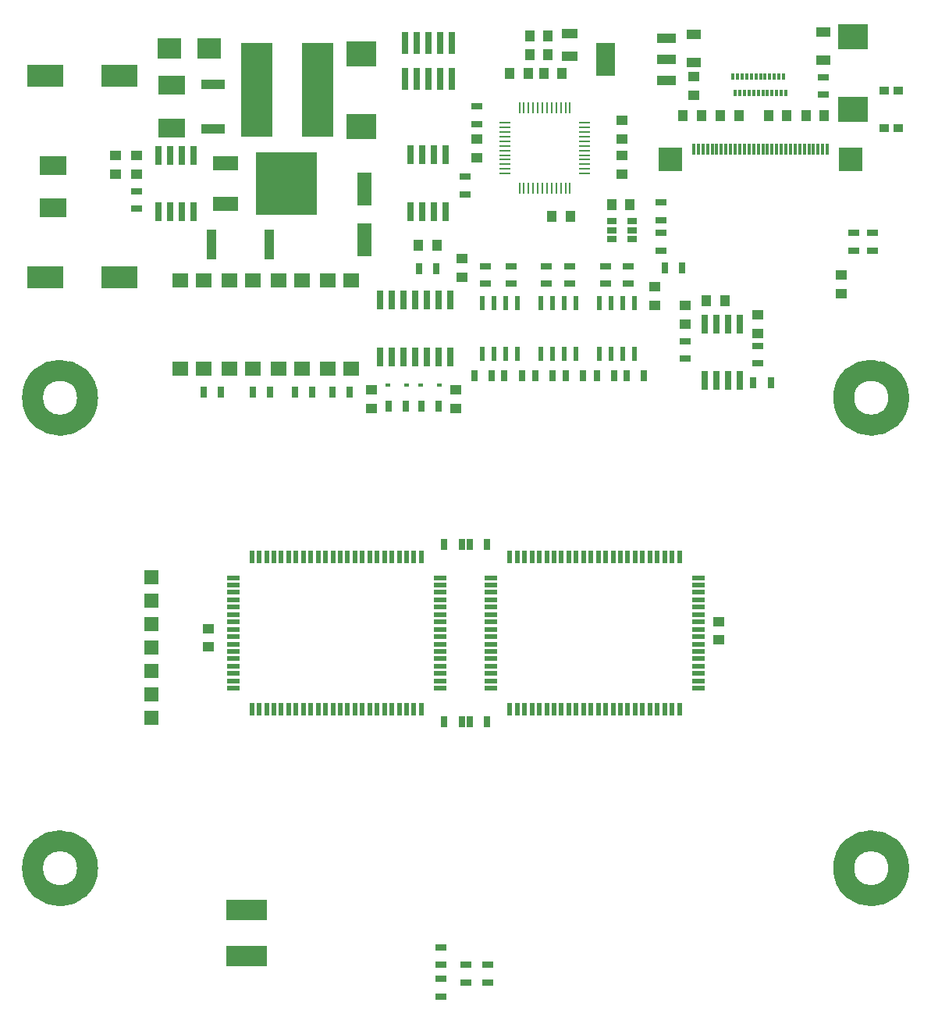
<source format=gbr>
G04 #@! TF.FileFunction,Paste,Bot*
%FSLAX46Y46*%
G04 Gerber Fmt 4.6, Leading zero omitted, Abs format (unit mm)*
G04 Created by KiCad (PCBNEW 4.0.0-stable) date Monday, June 11, 2018 'PMt' 01:00:30 PM*
%MOMM*%
G01*
G04 APERTURE LIST*
%ADD10C,0.100000*%
%ADD11C,2.250000*%
%ADD12R,1.000000X1.250000*%
%ADD13R,1.800000X1.000000*%
%ADD14R,1.250000X1.000000*%
%ADD15R,1.700000X1.600000*%
%ADD16R,4.000500X2.400300*%
%ADD17R,1.300000X0.700000*%
%ADD18R,0.610000X1.520000*%
%ADD19R,0.700000X1.300000*%
%ADD20R,2.780000X1.550000*%
%ADD21R,6.730000X6.740000*%
%ADD22R,0.660400X2.032000*%
%ADD23R,1.000000X3.200000*%
%ADD24R,2.500000X1.000000*%
%ADD25R,3.200000X2.700000*%
%ADD26R,2.500000X2.300000*%
%ADD27R,1.501140X1.501140*%
%ADD28R,1.600200X3.599180*%
%ADD29R,3.500000X10.200000*%
%ADD30R,3.000000X2.000000*%
%ADD31R,1.060000X0.650000*%
%ADD32R,0.600000X0.450000*%
%ADD33R,0.740000X2.400000*%
%ADD34R,1.300000X0.250000*%
%ADD35R,0.250000X1.300000*%
%ADD36R,2.032000X3.657600*%
%ADD37R,2.032000X1.016000*%
%ADD38R,1.000000X0.900000*%
%ADD39R,0.300000X0.700000*%
%ADD40R,1.600000X1.000000*%
%ADD41R,0.500000X1.480000*%
%ADD42R,1.480000X0.500000*%
%ADD43R,4.500000X2.200000*%
%ADD44R,0.300000X1.250000*%
%ADD45R,2.500000X2.500000*%
G04 APERTURE END LIST*
D10*
D11*
X146982767Y-74000000D02*
G75*
G03X146982767Y-74000000I-2982767J0D01*
G01*
X146982767Y-125000000D02*
G75*
G03X146982767Y-125000000I-2982767J0D01*
G01*
X58982767Y-125000000D02*
G75*
G03X58982767Y-125000000I-2982767J0D01*
G01*
X58982767Y-74000000D02*
G75*
G03X58982767Y-74000000I-2982767J0D01*
G01*
D12*
X108950000Y-34757000D03*
X106950000Y-34757000D03*
D13*
X111252000Y-34523000D03*
X111252000Y-37023000D03*
D14*
X101219000Y-45949000D03*
X101219000Y-47949000D03*
D15*
X79677000Y-70817000D03*
X82217000Y-70817000D03*
X82217000Y-61317000D03*
X79677000Y-61317000D03*
D16*
X54419500Y-60960000D03*
X62420500Y-60960000D03*
D17*
X102156000Y-61619500D03*
X102156000Y-59719500D03*
D18*
X118285000Y-69244000D03*
X117015000Y-69244000D03*
X115745000Y-69244000D03*
X114475000Y-69244000D03*
X114475000Y-63779000D03*
X115745000Y-63779000D03*
X117015000Y-63779000D03*
X118285000Y-63779000D03*
X111935000Y-63779000D03*
X110665000Y-63779000D03*
X109395000Y-63779000D03*
X108125000Y-63779000D03*
X108125000Y-69244000D03*
X109395000Y-69244000D03*
X110665000Y-69244000D03*
X111935000Y-69244000D03*
D19*
X102852000Y-71591500D03*
X100952000Y-71591500D03*
D17*
X64262000Y-53528000D03*
X64262000Y-51628000D03*
X101219000Y-42443000D03*
X101219000Y-44343000D03*
X102410000Y-137367000D03*
X102410000Y-135467000D03*
X99997000Y-135467000D03*
X99997000Y-137367000D03*
X97330000Y-136991000D03*
X97330000Y-138891000D03*
X97330000Y-133562000D03*
X97330000Y-135462000D03*
D19*
X133126000Y-72363040D03*
X131226000Y-72363040D03*
D17*
X131668000Y-70265040D03*
X131668000Y-68365040D03*
X123794000Y-69757040D03*
X123794000Y-67857040D03*
D19*
X116139000Y-71587000D03*
X114239000Y-71587000D03*
X109456000Y-71591500D03*
X107556000Y-71591500D03*
X104206000Y-71587000D03*
X106106000Y-71587000D03*
X110858000Y-71591500D03*
X112758000Y-71591500D03*
X95189000Y-74889000D03*
X97089000Y-74889000D03*
X87437000Y-73365000D03*
X85537000Y-73365000D03*
X71567000Y-73365000D03*
X73467000Y-73365000D03*
X81473000Y-73365000D03*
X83373000Y-73365000D03*
X76901000Y-73365000D03*
X78801000Y-73365000D03*
D17*
X117650000Y-61619500D03*
X117650000Y-59719500D03*
D19*
X117462000Y-71591500D03*
X119362000Y-71591500D03*
D17*
X138811000Y-41168000D03*
X138811000Y-39268000D03*
X144145000Y-56159000D03*
X144145000Y-58059000D03*
D19*
X121605000Y-59903000D03*
X123505000Y-59903000D03*
D17*
X142113000Y-56159000D03*
X142113000Y-58059000D03*
X115175000Y-61625000D03*
X115175000Y-59725000D03*
X108760000Y-61619500D03*
X108760000Y-59719500D03*
X104975000Y-61625000D03*
X104975000Y-59725000D03*
X111300000Y-61619500D03*
X111300000Y-59719500D03*
X99949000Y-51963000D03*
X99949000Y-50063000D03*
D19*
X93533000Y-74889000D03*
X91633000Y-74889000D03*
X94935000Y-60030000D03*
X96835000Y-60030000D03*
X97675000Y-89875000D03*
X99575000Y-89875000D03*
D20*
X73932000Y-48620000D03*
D21*
X80567000Y-50800000D03*
D20*
X73932000Y-52980000D03*
D15*
X69009000Y-70817000D03*
X71549000Y-70817000D03*
X71549000Y-61317000D03*
X69009000Y-61317000D03*
X85011000Y-70817000D03*
X87551000Y-70817000D03*
X87551000Y-61317000D03*
X85011000Y-61317000D03*
X74343000Y-70817000D03*
X76883000Y-70817000D03*
X76883000Y-61317000D03*
X74343000Y-61317000D03*
D18*
X105585000Y-69244000D03*
X104315000Y-69244000D03*
X103045000Y-69244000D03*
X101775000Y-69244000D03*
X101775000Y-63779000D03*
X103045000Y-63779000D03*
X104315000Y-63779000D03*
X105585000Y-63779000D03*
D14*
X123794000Y-65997040D03*
X123794000Y-63997040D03*
D22*
X129763000Y-72134440D03*
X128493000Y-72134440D03*
X127223000Y-72134440D03*
X125953000Y-72134440D03*
X125953000Y-65987640D03*
X127223000Y-65987640D03*
X128493000Y-65987640D03*
X129763000Y-65987640D03*
D23*
X72465000Y-57363000D03*
X78665000Y-57363000D03*
D24*
X72565000Y-44895000D03*
X72565000Y-39995000D03*
D14*
X61976000Y-49768000D03*
X61976000Y-47768000D03*
X64262000Y-47768000D03*
X64262000Y-49768000D03*
D25*
X88646000Y-36690000D03*
X88646000Y-44590000D03*
D14*
X127432000Y-98246000D03*
X127432000Y-100246000D03*
X72060000Y-101008000D03*
X72060000Y-99008000D03*
D26*
X67875000Y-36095000D03*
X72175000Y-36095000D03*
D14*
X131668000Y-65013040D03*
X131668000Y-67013040D03*
D12*
X126127000Y-63459000D03*
X128127000Y-63459000D03*
D19*
X100425000Y-109125000D03*
X102325000Y-109125000D03*
X100425000Y-89875000D03*
X102325000Y-89875000D03*
X99575000Y-109125000D03*
X97675000Y-109125000D03*
D16*
X62420500Y-39116000D03*
X54419500Y-39116000D03*
D12*
X106791000Y-38821000D03*
X104791000Y-38821000D03*
D14*
X140716000Y-62681000D03*
X140716000Y-60681000D03*
D12*
X108950000Y-36789000D03*
X106950000Y-36789000D03*
D14*
X116967000Y-45917000D03*
X116967000Y-43917000D03*
D27*
X65913000Y-103591000D03*
X65913000Y-108671000D03*
X65913000Y-95971000D03*
X65913000Y-93431000D03*
X65913000Y-106131000D03*
X65913000Y-98511000D03*
X65913000Y-101051000D03*
D28*
X89000000Y-51374180D03*
X89000000Y-56875820D03*
D29*
X83945000Y-40599000D03*
X77345000Y-40599000D03*
D12*
X125587000Y-43393000D03*
X123587000Y-43393000D03*
X136922000Y-43393000D03*
X138922000Y-43393000D03*
X127651000Y-43393000D03*
X129651000Y-43393000D03*
X134858000Y-43393000D03*
X132858000Y-43393000D03*
X117840000Y-53045000D03*
X115840000Y-53045000D03*
D30*
X68120000Y-40145000D03*
X68120000Y-44745000D03*
D14*
X120523000Y-63951000D03*
X120523000Y-61951000D03*
D22*
X66675000Y-47726600D03*
X67945000Y-47726600D03*
X69215000Y-47726600D03*
X70485000Y-47726600D03*
X70485000Y-53873400D03*
X69215000Y-53873400D03*
X67945000Y-53873400D03*
X66675000Y-53873400D03*
X93980000Y-47685600D03*
X95250000Y-47685600D03*
X96520000Y-47685600D03*
X97790000Y-47685600D03*
X97790000Y-53832400D03*
X96520000Y-53832400D03*
X95250000Y-53832400D03*
X93980000Y-53832400D03*
D31*
X115867000Y-56789000D03*
X115867000Y-55839000D03*
X115867000Y-54889000D03*
X118067000Y-54889000D03*
X118067000Y-56789000D03*
X118067000Y-55839000D03*
D14*
X89789000Y-73127000D03*
X89789000Y-75127000D03*
X98933000Y-75127000D03*
X98933000Y-73127000D03*
D12*
X94885000Y-57490000D03*
X96885000Y-57490000D03*
D32*
X91533000Y-72603000D03*
X93633000Y-72603000D03*
X97189000Y-72603000D03*
X95089000Y-72603000D03*
D22*
X90690000Y-63426600D03*
X91960000Y-63426600D03*
X93230000Y-63426600D03*
X94500000Y-63426600D03*
X95770000Y-63426600D03*
X97040000Y-63426600D03*
X98310000Y-63426600D03*
X98310000Y-69573400D03*
X97040000Y-69573400D03*
X94500000Y-69573400D03*
X93230000Y-69573400D03*
X91960000Y-69573400D03*
X90690000Y-69573400D03*
X95770000Y-69573400D03*
D12*
X108474000Y-38821000D03*
X110474000Y-38821000D03*
D33*
X98475800Y-39475600D03*
X98475800Y-35575600D03*
X97205800Y-39475600D03*
X97205800Y-35575600D03*
X95935800Y-39475600D03*
X95935800Y-35575600D03*
X94665800Y-39475600D03*
X94665800Y-35575600D03*
X93395800Y-39475600D03*
X93395800Y-35575600D03*
D34*
X112935000Y-44199000D03*
X112935000Y-44699000D03*
X112935000Y-45199000D03*
X112935000Y-45699000D03*
X112935000Y-46199000D03*
X112935000Y-46699000D03*
X112935000Y-47199000D03*
X112935000Y-47699000D03*
X112935000Y-48199000D03*
X112935000Y-48699000D03*
X112935000Y-49199000D03*
X112935000Y-49699000D03*
D35*
X111335000Y-51299000D03*
X110835000Y-51299000D03*
X110335000Y-51299000D03*
X109835000Y-51299000D03*
X109335000Y-51299000D03*
X108835000Y-51299000D03*
X108335000Y-51299000D03*
X107835000Y-51299000D03*
X107335000Y-51299000D03*
X106835000Y-51299000D03*
X106335000Y-51299000D03*
X105835000Y-51299000D03*
D34*
X104235000Y-49699000D03*
X104235000Y-49199000D03*
X104235000Y-48699000D03*
X104235000Y-48199000D03*
X104235000Y-47699000D03*
X104235000Y-47199000D03*
X104235000Y-46699000D03*
X104235000Y-46199000D03*
X104235000Y-45699000D03*
X104235000Y-45199000D03*
X104235000Y-44699000D03*
X104235000Y-44199000D03*
D35*
X105835000Y-42599000D03*
X106335000Y-42599000D03*
X106835000Y-42599000D03*
X107335000Y-42599000D03*
X107835000Y-42599000D03*
X108335000Y-42599000D03*
X108835000Y-42599000D03*
X109335000Y-42599000D03*
X109835000Y-42599000D03*
X110335000Y-42599000D03*
X110835000Y-42599000D03*
X111335000Y-42599000D03*
D12*
X111363000Y-54315000D03*
X109363000Y-54315000D03*
D14*
X116967000Y-47727000D03*
X116967000Y-49727000D03*
D36*
X115189000Y-37297000D03*
D37*
X121793000Y-37297000D03*
X121793000Y-39583000D03*
X121793000Y-35011000D03*
D25*
X141986000Y-34871000D03*
X141986000Y-42771000D03*
D38*
X146977000Y-44808000D03*
X145377000Y-44808000D03*
X146977000Y-40708000D03*
X145377000Y-40708000D03*
D39*
X129250000Y-40920000D03*
X129750000Y-40920000D03*
X130250000Y-40920000D03*
X130750000Y-40920000D03*
X131250000Y-40920000D03*
X131750000Y-40920000D03*
X132250000Y-40920000D03*
X134750000Y-40920000D03*
X133750000Y-40920000D03*
X133250000Y-40920000D03*
X132750000Y-40920000D03*
X134250000Y-40920000D03*
X134500000Y-39220000D03*
X134000000Y-39220000D03*
X133500000Y-39220000D03*
X133000000Y-39220000D03*
X132500000Y-39220000D03*
X132000000Y-39220000D03*
X131500000Y-39220000D03*
X131000000Y-39220000D03*
X130500000Y-39220000D03*
X130000000Y-39220000D03*
X129500000Y-39220000D03*
X129000000Y-39220000D03*
D40*
X138811000Y-34400000D03*
X138811000Y-37400000D03*
X124714000Y-37654000D03*
X124714000Y-34654000D03*
D14*
X124714000Y-41218000D03*
X124714000Y-39218000D03*
D41*
X104800000Y-91260000D03*
X105600000Y-91260000D03*
X106400000Y-91260000D03*
X107200000Y-91260000D03*
X108000000Y-91260000D03*
X108800000Y-91260000D03*
X109600000Y-91260000D03*
X110400000Y-91260000D03*
X111200000Y-91260000D03*
X112000000Y-91260000D03*
X112800000Y-91260000D03*
X113600000Y-91260000D03*
X114400000Y-91260000D03*
X115200000Y-91260000D03*
X116000000Y-91260000D03*
X116800000Y-91260000D03*
X117600000Y-91260000D03*
X118400000Y-91260000D03*
X119200000Y-91260000D03*
X120000000Y-91260000D03*
X120800000Y-91260000D03*
X121600000Y-91260000D03*
X122400000Y-91260000D03*
X123200000Y-91260000D03*
D42*
X125240000Y-93500000D03*
X125240000Y-94300000D03*
X125240000Y-95100000D03*
X125240000Y-95900000D03*
X125240000Y-96700000D03*
X125240000Y-97500000D03*
X125240000Y-98300000D03*
X125240000Y-99100000D03*
X125240000Y-99900000D03*
X125240000Y-100700000D03*
X125240000Y-101500000D03*
X125240000Y-102300000D03*
X125240000Y-103100000D03*
X125240000Y-103900000D03*
X125240000Y-104700000D03*
X125240000Y-105500000D03*
D41*
X123200000Y-107740000D03*
X122400000Y-107740000D03*
X121600000Y-107740000D03*
X120800000Y-107740000D03*
X120000000Y-107740000D03*
X119200000Y-107740000D03*
X118400000Y-107740000D03*
X117600000Y-107740000D03*
X116800000Y-107740000D03*
X116000000Y-107740000D03*
X115200000Y-107740000D03*
X114400000Y-107740000D03*
X113600000Y-107740000D03*
X112800000Y-107740000D03*
X112000000Y-107740000D03*
X111200000Y-107740000D03*
X110400000Y-107740000D03*
X109600000Y-107740000D03*
X108800000Y-107740000D03*
X108000000Y-107740000D03*
X107200000Y-107740000D03*
X106400000Y-107740000D03*
X105600000Y-107740000D03*
X104800000Y-107740000D03*
D42*
X102760000Y-105500000D03*
X102760000Y-104700000D03*
X102760000Y-103900000D03*
X102760000Y-103100000D03*
X102760000Y-102300000D03*
X102760000Y-101500000D03*
X102760000Y-100700000D03*
X102760000Y-99900000D03*
X102760000Y-99100000D03*
X102760000Y-98300000D03*
X102760000Y-97500000D03*
X102760000Y-96700000D03*
X102760000Y-95900000D03*
X102760000Y-95100000D03*
X102760000Y-94300000D03*
X102760000Y-93500000D03*
D41*
X95200000Y-107740000D03*
X94400000Y-107740000D03*
X93600000Y-107740000D03*
X92800000Y-107740000D03*
X92000000Y-107740000D03*
X91200000Y-107740000D03*
X90400000Y-107740000D03*
X89600000Y-107740000D03*
X88800000Y-107740000D03*
X88000000Y-107740000D03*
X87200000Y-107740000D03*
X86400000Y-107740000D03*
X85600000Y-107740000D03*
X84800000Y-107740000D03*
X84000000Y-107740000D03*
X83200000Y-107740000D03*
X82400000Y-107740000D03*
X81600000Y-107740000D03*
X80800000Y-107740000D03*
X80000000Y-107740000D03*
X79200000Y-107740000D03*
X78400000Y-107740000D03*
X77600000Y-107740000D03*
X76800000Y-107740000D03*
D42*
X74760000Y-105500000D03*
X74760000Y-104700000D03*
X74760000Y-103900000D03*
X74760000Y-103100000D03*
X74760000Y-102300000D03*
X74760000Y-101500000D03*
X74760000Y-100700000D03*
X74760000Y-99900000D03*
X74760000Y-99100000D03*
X74760000Y-98300000D03*
X74760000Y-97500000D03*
X74760000Y-96700000D03*
X74760000Y-95900000D03*
X74760000Y-95100000D03*
X74760000Y-94300000D03*
X74760000Y-93500000D03*
D41*
X76800000Y-91260000D03*
X77600000Y-91260000D03*
X78400000Y-91260000D03*
X79200000Y-91260000D03*
X80000000Y-91260000D03*
X80800000Y-91260000D03*
X81600000Y-91260000D03*
X82400000Y-91260000D03*
X83200000Y-91260000D03*
X84000000Y-91260000D03*
X84800000Y-91260000D03*
X85600000Y-91260000D03*
X86400000Y-91260000D03*
X87200000Y-91260000D03*
X88000000Y-91260000D03*
X88800000Y-91260000D03*
X89600000Y-91260000D03*
X90400000Y-91260000D03*
X91200000Y-91260000D03*
X92000000Y-91260000D03*
X92800000Y-91260000D03*
X93600000Y-91260000D03*
X94400000Y-91260000D03*
X95200000Y-91260000D03*
D42*
X97240000Y-93500000D03*
X97240000Y-94300000D03*
X97240000Y-95100000D03*
X97240000Y-95900000D03*
X97240000Y-96700000D03*
X97240000Y-97500000D03*
X97240000Y-98300000D03*
X97240000Y-99100000D03*
X97240000Y-99900000D03*
X97240000Y-100700000D03*
X97240000Y-101500000D03*
X97240000Y-102300000D03*
X97240000Y-103100000D03*
X97240000Y-103900000D03*
X97240000Y-104700000D03*
X97240000Y-105500000D03*
D43*
X76265000Y-129539000D03*
X76265000Y-134539000D03*
D44*
X139250000Y-47025000D03*
X137250000Y-47025000D03*
X137750000Y-47025000D03*
X138750000Y-47025000D03*
X138250000Y-47025000D03*
X136250000Y-47025000D03*
X136750000Y-47025000D03*
X135750000Y-47025000D03*
X135250000Y-47025000D03*
X132250000Y-47025000D03*
X132750000Y-47025000D03*
X133750000Y-47025000D03*
X133250000Y-47025000D03*
X134750000Y-47025000D03*
X134250000Y-47025000D03*
X126750000Y-47025000D03*
X127250000Y-47025000D03*
X125750000Y-47025000D03*
X126250000Y-47025000D03*
X125250000Y-47025000D03*
X124750000Y-47025000D03*
X127750000Y-47025000D03*
X128250000Y-47025000D03*
X129250000Y-47025000D03*
X128750000Y-47025000D03*
X130750000Y-47025000D03*
X131250000Y-47025000D03*
X130250000Y-47025000D03*
X129750000Y-47025000D03*
D45*
X122250000Y-48125000D03*
X141750000Y-48125000D03*
D44*
X131750000Y-47025000D03*
D17*
X121158000Y-54757000D03*
X121158000Y-52857000D03*
X121158000Y-56159000D03*
X121158000Y-58059000D03*
D30*
X55225000Y-48825000D03*
X55225000Y-53425000D03*
D14*
X99568000Y-58903000D03*
X99568000Y-60903000D03*
M02*

</source>
